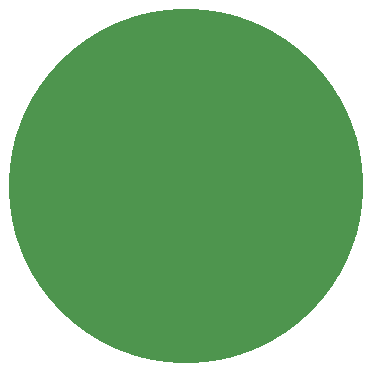
<source format=gbr>
G04 #@! TF.GenerationSoftware,KiCad,Pcbnew,(5.0-dev-4115-gdd04bcb)*
G04 #@! TF.CreationDate,2018-03-29T14:15:07-07:00*
G04 #@! TF.ProjectId,PCB-Condenser-Microphone-Backplate,5043422D436F6E64656E7365722D4D69,1*
G04 #@! TF.SameCoordinates,Original*
G04 #@! TF.FileFunction,Copper,L1,Top,Signal*
G04 #@! TF.FilePolarity,Positive*
%FSLAX46Y46*%
G04 Gerber Fmt 4.6, Leading zero omitted, Abs format (unit mm)*
G04 Created by KiCad (PCBNEW (5.0-dev-4115-gdd04bcb)) date Thursday, March 29, 2018 at 02:15:07 PM*
%MOMM*%
%LPD*%
G01*
G04 APERTURE LIST*
%ADD10C,2.000000*%
%ADD11C,30.000000*%
G04 APERTURE END LIST*
D10*
X153000000Y-99500000D03*
X156500000Y-99500000D03*
X160000000Y-99500000D03*
X163500000Y-99500000D03*
D11*
X149500000Y-99500000D03*
D10*
X151250000Y-96468911D03*
X147750000Y-96468911D03*
X146000000Y-99500000D03*
X147750000Y-102531089D03*
X151250000Y-102531089D03*
X155562178Y-96000000D03*
X153000000Y-93437822D03*
X149500000Y-92500000D03*
X146000000Y-93437822D03*
X143437822Y-96000000D03*
X142500000Y-99500000D03*
X143437822Y-103000000D03*
X146000000Y-105562178D03*
X149500000Y-106500000D03*
X153000000Y-105562178D03*
X155562178Y-103000000D03*
X159366773Y-95908788D03*
X157543467Y-92750730D03*
X154750000Y-90406733D03*
X151323306Y-89159519D03*
X147676694Y-89159519D03*
X144250000Y-90406733D03*
X141456533Y-92750730D03*
X139633227Y-95908788D03*
X139000000Y-99500000D03*
X139633227Y-103091212D03*
X141456533Y-106249270D03*
X144250000Y-108593267D03*
X147676694Y-109840481D03*
X151323306Y-109840481D03*
X154750000Y-108593267D03*
X157543467Y-106249270D03*
X159366773Y-103091212D03*
X163022962Y-95876533D03*
X161624356Y-92500000D03*
X159399495Y-89600505D03*
X156500000Y-87375644D03*
X153123467Y-85977038D03*
X149500000Y-85500000D03*
X145876533Y-85977038D03*
X142500000Y-87375644D03*
X139600505Y-89600505D03*
X137375644Y-92500000D03*
X135977038Y-95876533D03*
X135500000Y-99500000D03*
X135977038Y-103123467D03*
X137375644Y-106500000D03*
X139600505Y-109399495D03*
X142500000Y-111624356D03*
X145876533Y-113022962D03*
X149500000Y-113500000D03*
X153123467Y-113022962D03*
X156500000Y-111624356D03*
X159399495Y-109399495D03*
X161624356Y-106500000D03*
X163022962Y-103123467D03*
M02*

</source>
